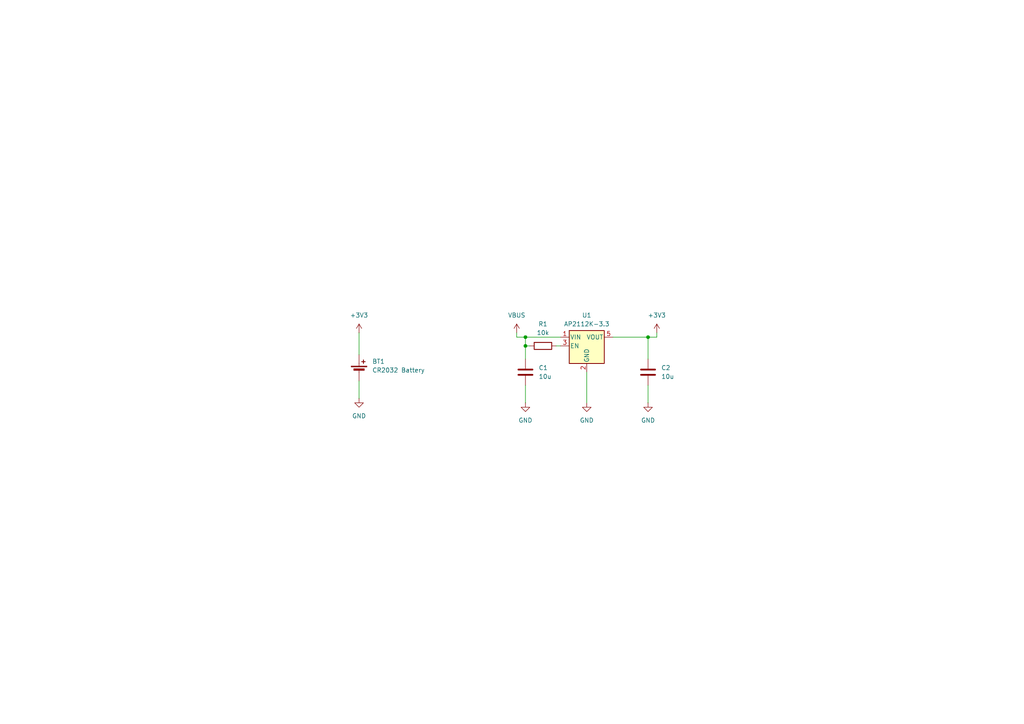
<source format=kicad_sch>
(kicad_sch (version 20250114) (generator "eeschema") (generator_version "9.0")
  (paper "A4")
  (title_block (title "BOKAKA") (date "2025-12-09") (rev "v1.0") (company "DIVA Engineering"))
  (lib_symbols
    (symbol "Device:Battery_Cell" (pin_numbers (hide yes)) (pin_names (offset 0) (hide yes))
      (property "Reference" "BT" (at 2.54 2.54 0))
      (property "Value" "Battery_Cell" (at 2.54 0 0))
      (symbol "Battery_Cell_0_1"
        (rectangle (start -2.286 1.778) (end 2.286 1.524) (fill (type outline)))
        (rectangle (start -1.524 1.016) (end 1.524 0.508) (fill (type outline)))
        (polyline (pts (xy 0 1.778) (xy 0 2.54)))
        (polyline (pts (xy 0 0.762) (xy 0 0)))
        (polyline (pts (xy 0.762 3.048) (xy 1.778 3.048)) (stroke (width 0.254)))
        (polyline (pts (xy 1.27 3.556) (xy 1.27 2.54)) (stroke (width 0.254)))
      )
      (symbol "Battery_Cell_1_1"
        (pin passive line (at 0 5.08 270) (length 2.54) (name "+") (number "1"))
        (pin passive line (at 0 -2.54 90) (length 2.54) (name "-") (number "2"))
      )
    )
    (symbol "Device:C" (pin_numbers (hide yes)) (pin_names (offset 0.254))
      (property "Reference" "C" (at 0.635 2.54 0))
      (property "Value" "C" (at 0.635 -2.54 0))
      (symbol "C_0_1"
        (polyline (pts (xy -2.032 0.762) (xy 2.032 0.762)) (stroke (width 0.508)))
        (polyline (pts (xy -2.032 -0.762) (xy 2.032 -0.762)) (stroke (width 0.508)))
      )
      (symbol "C_1_1"
        (pin passive line (at 0 3.81 270) (length 2.794) (name "~") (number "1"))
        (pin passive line (at 0 -3.81 90) (length 2.794) (name "~") (number "2"))
      )
    )
    (symbol "Device:R" (pin_numbers (hide yes)) (pin_names (offset 0))
      (property "Reference" "R" (at 2.032 0 90))
      (property "Value" "R" (at 0 0 90))
      (symbol "R_0_1"
        (rectangle (start -1.016 -2.54) (end 1.016 2.54) (stroke (width 0.254)))
      )
      (symbol "R_1_1"
        (pin passive line (at 0 3.81 270) (length 1.27) (name "~") (number "1"))
        (pin passive line (at 0 -3.81 90) (length 1.27) (name "~") (number "2"))
      )
    )
    (symbol "Regulator_Linear:AP2112K-3.3" (pin_names (offset 0.254))
      (property "Reference" "U" (at -5.08 5.715 0))
      (property "Value" "AP2112K-3.3" (at 0 5.715 0))
      (symbol "AP2112K-3.3_0_1"
        (rectangle (start -5.08 4.445) (end 5.08 -5.08) (stroke (width 0.254)) (fill (type background)))
      )
      (symbol "AP2112K-3.3_1_1"
        (pin power_in line (at -7.62 2.54 0) (length 2.54) (name "VIN") (number "1"))
        (pin input line (at -7.62 0 0) (length 2.54) (name "EN") (number "3"))
        (pin power_in line (at 0 -7.62 90) (length 2.54) (name "GND") (number "2"))
        (pin no_connect line (at 5.08 0 180) (length 2.54) (hide yes) (name "NC") (number "4"))
        (pin power_out line (at 7.62 2.54 180) (length 2.54) (name "VOUT") (number "5"))
      )
    )
    (symbol "power:+3V3" (power) (pin_numbers (hide yes)) (pin_names (offset 0) (hide yes))
      (property "Value" "+3V3" (at 0 3.556 0))
      (symbol "+3V3_0_1"
        (polyline (pts (xy -0.762 1.27) (xy 0 2.54)))
        (polyline (pts (xy 0 2.54) (xy 0.762 1.27)))
        (polyline (pts (xy 0 0) (xy 0 2.54)))
      )
      (symbol "+3V3_1_1"
        (pin power_in line (at 0 0 90) (length 0) (name "~") (number "1"))
      )
    )
    (symbol "power:GND" (power) (pin_numbers (hide yes)) (pin_names (offset 0) (hide yes))
      (property "Value" "GND" (at 0 -3.81 0))
      (symbol "GND_0_1"
        (polyline (pts (xy 0 0) (xy 0 -1.27) (xy 1.27 -1.27) (xy 0 -2.54) (xy -1.27 -1.27) (xy 0 -1.27)))
      )
      (symbol "GND_1_1"
        (pin power_in line (at 0 0 270) (length 0) (name "~") (number "1"))
      )
    )
    (symbol "power:VBUS" (power) (pin_numbers (hide yes)) (pin_names (offset 0) (hide yes))
      (property "Value" "VBUS" (at 0 3.556 0))
      (symbol "VBUS_0_1"
        (polyline (pts (xy -0.762 1.27) (xy 0 2.54)))
        (polyline (pts (xy 0 2.54) (xy 0.762 1.27)))
        (polyline (pts (xy 0 0) (xy 0 2.54)))
      )
      (symbol "VBUS_1_1"
        (pin power_in line (at 0 0 90) (length 0) (name "~") (number "1"))
      )
    )
  )
  (junction (at 152.4 97.79))
  (junction (at 152.4 100.33))
  (junction (at 187.96 97.79))
  (wire (pts (xy 187.96 111.76) (xy 187.96 116.84)))
  (wire (pts (xy 152.4 100.33) (xy 153.67 100.33)))
  (wire (pts (xy 187.96 97.79) (xy 190.5 97.79)))
  (wire (pts (xy 177.8 97.79) (xy 187.96 97.79)))
  (wire (pts (xy 149.86 97.79) (xy 149.86 96.52)))
  (wire (pts (xy 190.5 97.79) (xy 190.5 96.52)))
  (wire (pts (xy 149.86 97.79) (xy 152.4 97.79)))
  (wire (pts (xy 104.14 96.52) (xy 104.14 102.87)))
  (wire (pts (xy 152.4 97.79) (xy 152.4 100.33)))
  (wire (pts (xy 161.29 100.33) (xy 162.56 100.33)))
  (wire (pts (xy 152.4 97.79) (xy 162.56 97.79)))
  (wire (pts (xy 152.4 100.33) (xy 152.4 104.14)))
  (wire (pts (xy 187.96 97.79) (xy 187.96 104.14)))
  (wire (pts (xy 152.4 111.76) (xy 152.4 116.84)))
  (wire (pts (xy 170.18 107.95) (xy 170.18 116.84)))
  (wire (pts (xy 104.14 110.49) (xy 104.14 115.57)))
  (symbol (lib_id "Regulator_Linear:AP2112K-3.3") (at 170.18 100.33 0) (unit 1)
    (property "Reference" "U1" (at 170.18 91.44 0))
    (property "Value" "AP2112K-3.3" (at 170.18 93.98 0))
    (property "Footprint" "Package_TO_SOT_SMD:SOT-23-5" (effects (hide yes)))
    (property "Datasheet" "https://www.diodes.com/assets/Datasheets/AP2112.pdf" (effects (hide yes)))
    (property "Description" "600mA low dropout linear regulator, with enable pin, 3.8V-6V input voltage range, 3.3V fixed positive output, SOT-23-5" (effects (hide yes)))
  )
  (symbol (lib_id "power:GND") (at 104.14 115.57 0) (unit 1)
    (property "Reference" "#PWR02" (effects (hide yes)))
    (property "Value" "GND" (at 104.14 120.65 0))
    (property "Description" "Power symbol creates a global label with name \"GND\" , ground" (effects (hide yes)))
  )
  (symbol (lib_id "power:GND") (at 152.4 116.84 0) (unit 1)
    (property "Reference" "#PWR05" (effects (hide yes)))
    (property "Value" "GND" (at 152.4 121.92 0))
    (property "Description" "Power symbol creates a global label with name \"GND\" , ground" (effects (hide yes)))
  )
  (symbol (lib_id "power:GND") (at 187.96 116.84 0) (unit 1)
    (property "Reference" "#PWR07" (effects (hide yes)))
    (property "Value" "GND" (at 187.96 121.92 0))
    (property "Description" "Power symbol creates a global label with name \"GND\" , ground" (effects (hide yes)))
  )
  (symbol (lib_id "Device:R") (at 157.48 100.33 90) (unit 1)
    (property "Reference" "R1" (at 157.48 93.98 90))
    (property "Value" "10k" (at 157.48 96.52 90))
    (property "Description" "Resistor" (effects (hide yes)))
  )
  (symbol (lib_id "power:GND") (at 170.18 116.84 0) (unit 1)
    (property "Reference" "#PWR06" (effects (hide yes)))
    (property "Value" "GND" (at 170.18 121.92 0))
    (property "Description" "Power symbol creates a global label with name \"GND\" , ground" (effects (hide yes)))
  )
  (symbol (lib_id "Device:C") (at 152.4 107.95 0) (unit 1)
    (property "Reference" "C1" (at 156.21 106.6799 0) (effects (justify left)))
    (property "Value" "10u" (at 156.21 109.2199 0) (effects (justify left)))
    (property "Description" "Unpolarized capacitor" (effects (hide yes)))
  )
  (symbol (lib_id "Device:Battery_Cell") (at 104.14 107.95 0) (unit 1)
    (property "Reference" "BT1" (at 107.95 104.8384 0) (effects (justify left)))
    (property "Value" "CR2032 Battery" (at 107.95 107.3784 0) (effects (justify left)))
    (property "Footprint" "Footprints:BAT-TH_CR2032-BS-6-1" (effects (hide yes)))
    (property "Description" "Single-cell battery" (effects (hide yes)))
  )
  (symbol (lib_id "power:+3V3") (at 190.5 96.52 0) (unit 1)
    (property "Reference" "#PWR04" (effects (hide yes)))
    (property "Value" "+3V3" (at 190.5 91.44 0))
    (property "Description" "Power symbol creates a global label with name \"+3V3\"" (effects (hide yes)))
  )
  (symbol (lib_id "power:+3V3") (at 104.14 96.52 0) (unit 1)
    (property "Reference" "#PWR01" (effects (hide yes)))
    (property "Value" "+3V3" (at 104.14 91.44 0))
    (property "Description" "Power symbol creates a global label with name \"+3V3\"" (effects (hide yes)))
  )
  (symbol (lib_id "power:VBUS") (at 149.86 96.52 0) (unit 1)
    (property "Reference" "#PWR03" (effects (hide yes)))
    (property "Value" "VBUS" (at 149.86 91.44 0))
    (property "Description" "Power symbol creates a global label with name \"VBUS\"" (effects (hide yes)))
  )
  (symbol (lib_id "Device:C") (at 187.96 107.95 0) (unit 1)
    (property "Reference" "C2" (at 191.77 106.6799 0) (effects (justify left)))
    (property "Value" "10u" (at 191.77 109.2199 0) (effects (justify left)))
    (property "Description" "Unpolarized capacitor" (effects (hide yes)))
  )
)
</source>
